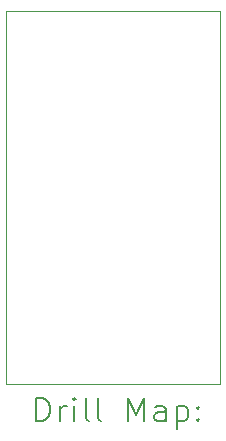
<source format=gbr>
%TF.GenerationSoftware,KiCad,Pcbnew,7.0.9*%
%TF.CreationDate,2024-01-18T21:49:33+01:00*%
%TF.ProjectId,pcb-design,7063622d-6465-4736-9967-6e2e6b696361,rev?*%
%TF.SameCoordinates,Original*%
%TF.FileFunction,Drillmap*%
%TF.FilePolarity,Positive*%
%FSLAX45Y45*%
G04 Gerber Fmt 4.5, Leading zero omitted, Abs format (unit mm)*
G04 Created by KiCad (PCBNEW 7.0.9) date 2024-01-18 21:49:33*
%MOMM*%
%LPD*%
G01*
G04 APERTURE LIST*
%ADD10C,0.100000*%
%ADD11C,0.200000*%
G04 APERTURE END LIST*
D10*
X14066100Y-11896100D02*
X15877500Y-11896100D01*
X15877500Y-15052700D01*
X14066100Y-15052700D01*
X14066100Y-11896100D01*
D11*
X14321877Y-15369184D02*
X14321877Y-15169184D01*
X14321877Y-15169184D02*
X14369496Y-15169184D01*
X14369496Y-15169184D02*
X14398067Y-15178708D01*
X14398067Y-15178708D02*
X14417115Y-15197755D01*
X14417115Y-15197755D02*
X14426639Y-15216803D01*
X14426639Y-15216803D02*
X14436162Y-15254898D01*
X14436162Y-15254898D02*
X14436162Y-15283469D01*
X14436162Y-15283469D02*
X14426639Y-15321565D01*
X14426639Y-15321565D02*
X14417115Y-15340612D01*
X14417115Y-15340612D02*
X14398067Y-15359660D01*
X14398067Y-15359660D02*
X14369496Y-15369184D01*
X14369496Y-15369184D02*
X14321877Y-15369184D01*
X14521877Y-15369184D02*
X14521877Y-15235850D01*
X14521877Y-15273946D02*
X14531401Y-15254898D01*
X14531401Y-15254898D02*
X14540924Y-15245374D01*
X14540924Y-15245374D02*
X14559972Y-15235850D01*
X14559972Y-15235850D02*
X14579020Y-15235850D01*
X14645686Y-15369184D02*
X14645686Y-15235850D01*
X14645686Y-15169184D02*
X14636162Y-15178708D01*
X14636162Y-15178708D02*
X14645686Y-15188231D01*
X14645686Y-15188231D02*
X14655210Y-15178708D01*
X14655210Y-15178708D02*
X14645686Y-15169184D01*
X14645686Y-15169184D02*
X14645686Y-15188231D01*
X14769496Y-15369184D02*
X14750448Y-15359660D01*
X14750448Y-15359660D02*
X14740924Y-15340612D01*
X14740924Y-15340612D02*
X14740924Y-15169184D01*
X14874258Y-15369184D02*
X14855210Y-15359660D01*
X14855210Y-15359660D02*
X14845686Y-15340612D01*
X14845686Y-15340612D02*
X14845686Y-15169184D01*
X15102829Y-15369184D02*
X15102829Y-15169184D01*
X15102829Y-15169184D02*
X15169496Y-15312041D01*
X15169496Y-15312041D02*
X15236162Y-15169184D01*
X15236162Y-15169184D02*
X15236162Y-15369184D01*
X15417115Y-15369184D02*
X15417115Y-15264422D01*
X15417115Y-15264422D02*
X15407591Y-15245374D01*
X15407591Y-15245374D02*
X15388543Y-15235850D01*
X15388543Y-15235850D02*
X15350448Y-15235850D01*
X15350448Y-15235850D02*
X15331401Y-15245374D01*
X15417115Y-15359660D02*
X15398067Y-15369184D01*
X15398067Y-15369184D02*
X15350448Y-15369184D01*
X15350448Y-15369184D02*
X15331401Y-15359660D01*
X15331401Y-15359660D02*
X15321877Y-15340612D01*
X15321877Y-15340612D02*
X15321877Y-15321565D01*
X15321877Y-15321565D02*
X15331401Y-15302517D01*
X15331401Y-15302517D02*
X15350448Y-15292993D01*
X15350448Y-15292993D02*
X15398067Y-15292993D01*
X15398067Y-15292993D02*
X15417115Y-15283469D01*
X15512353Y-15235850D02*
X15512353Y-15435850D01*
X15512353Y-15245374D02*
X15531401Y-15235850D01*
X15531401Y-15235850D02*
X15569496Y-15235850D01*
X15569496Y-15235850D02*
X15588543Y-15245374D01*
X15588543Y-15245374D02*
X15598067Y-15254898D01*
X15598067Y-15254898D02*
X15607591Y-15273946D01*
X15607591Y-15273946D02*
X15607591Y-15331088D01*
X15607591Y-15331088D02*
X15598067Y-15350136D01*
X15598067Y-15350136D02*
X15588543Y-15359660D01*
X15588543Y-15359660D02*
X15569496Y-15369184D01*
X15569496Y-15369184D02*
X15531401Y-15369184D01*
X15531401Y-15369184D02*
X15512353Y-15359660D01*
X15693305Y-15350136D02*
X15702829Y-15359660D01*
X15702829Y-15359660D02*
X15693305Y-15369184D01*
X15693305Y-15369184D02*
X15683782Y-15359660D01*
X15683782Y-15359660D02*
X15693305Y-15350136D01*
X15693305Y-15350136D02*
X15693305Y-15369184D01*
X15693305Y-15245374D02*
X15702829Y-15254898D01*
X15702829Y-15254898D02*
X15693305Y-15264422D01*
X15693305Y-15264422D02*
X15683782Y-15254898D01*
X15683782Y-15254898D02*
X15693305Y-15245374D01*
X15693305Y-15245374D02*
X15693305Y-15264422D01*
M02*

</source>
